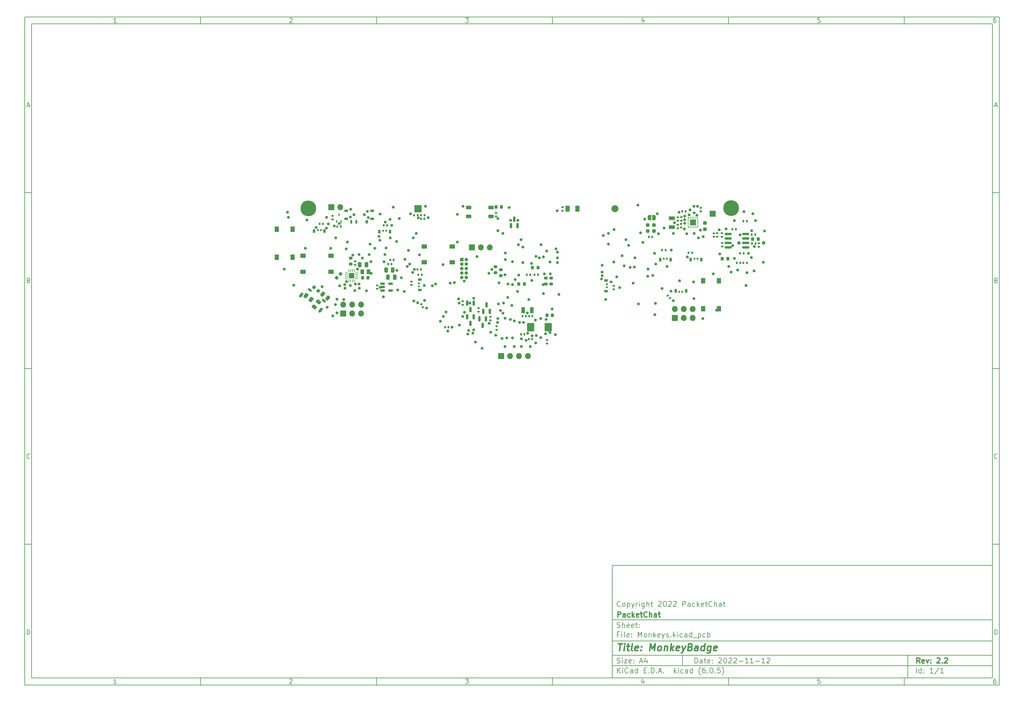
<source format=gbr>
%TF.GenerationSoftware,KiCad,Pcbnew,(6.0.5)*%
%TF.CreationDate,2022-11-12T14:57:53-08:00*%
%TF.ProjectId,Monkeys,4d6f6e6b-6579-4732-9e6b-696361645f70,2.2*%
%TF.SameCoordinates,Original*%
%TF.FileFunction,Soldermask,Top*%
%TF.FilePolarity,Negative*%
%FSLAX46Y46*%
G04 Gerber Fmt 4.6, Leading zero omitted, Abs format (unit mm)*
G04 Created by KiCad (PCBNEW (6.0.5)) date 2022-11-12 14:57:53*
%MOMM*%
%LPD*%
G01*
G04 APERTURE LIST*
G04 Aperture macros list*
%AMRoundRect*
0 Rectangle with rounded corners*
0 $1 Rounding radius*
0 $2 $3 $4 $5 $6 $7 $8 $9 X,Y pos of 4 corners*
0 Add a 4 corners polygon primitive as box body*
4,1,4,$2,$3,$4,$5,$6,$7,$8,$9,$2,$3,0*
0 Add four circle primitives for the rounded corners*
1,1,$1+$1,$2,$3*
1,1,$1+$1,$4,$5*
1,1,$1+$1,$6,$7*
1,1,$1+$1,$8,$9*
0 Add four rect primitives between the rounded corners*
20,1,$1+$1,$2,$3,$4,$5,0*
20,1,$1+$1,$4,$5,$6,$7,0*
20,1,$1+$1,$6,$7,$8,$9,0*
20,1,$1+$1,$8,$9,$2,$3,0*%
%AMHorizOval*
0 Thick line with rounded ends*
0 $1 width*
0 $2 $3 position (X,Y) of the first rounded end (center of the circle)*
0 $4 $5 position (X,Y) of the second rounded end (center of the circle)*
0 Add line between two ends*
20,1,$1,$2,$3,$4,$5,0*
0 Add two circle primitives to create the rounded ends*
1,1,$1,$2,$3*
1,1,$1,$4,$5*%
%AMFreePoly0*
4,1,22,0.500000,-0.750000,0.000000,-0.750000,0.000000,-0.745033,-0.079941,-0.743568,-0.215256,-0.701293,-0.333266,-0.622738,-0.424486,-0.514219,-0.481581,-0.384460,-0.499164,-0.250000,-0.500000,-0.250000,-0.500000,0.250000,-0.499164,0.250000,-0.499963,0.256109,-0.478152,0.396186,-0.417904,0.524511,-0.324060,0.630769,-0.204165,0.706417,-0.067858,0.745374,0.000000,0.744959,0.000000,0.750000,
0.500000,0.750000,0.500000,-0.750000,0.500000,-0.750000,$1*%
%AMFreePoly1*
4,1,20,0.000000,0.744959,0.073905,0.744508,0.209726,0.703889,0.328688,0.626782,0.421226,0.519385,0.479903,0.390333,0.500000,0.250000,0.500000,-0.250000,0.499851,-0.262216,0.476331,-0.402017,0.414519,-0.529596,0.319384,-0.634700,0.198574,-0.708877,0.061801,-0.746166,0.000000,-0.745033,0.000000,-0.750000,-0.500000,-0.750000,-0.500000,0.750000,0.000000,0.750000,0.000000,0.744959,
0.000000,0.744959,$1*%
G04 Aperture macros list end*
%ADD10C,0.100000*%
%ADD11C,0.150000*%
%ADD12C,0.300000*%
%ADD13C,0.400000*%
%ADD14RoundRect,0.218750X0.330141X0.067252X-0.014614X0.336604X-0.330141X-0.067252X0.014614X-0.336604X0*%
%ADD15R,0.500000X0.500000*%
%ADD16R,0.700000X1.000000*%
%ADD17RoundRect,0.140000X-0.170000X0.140000X-0.170000X-0.140000X0.170000X-0.140000X0.170000X0.140000X0*%
%ADD18RoundRect,0.140000X0.140000X0.170000X-0.140000X0.170000X-0.140000X-0.170000X0.140000X-0.170000X0*%
%ADD19RoundRect,0.225000X-0.225000X-0.250000X0.225000X-0.250000X0.225000X0.250000X-0.225000X0.250000X0*%
%ADD20RoundRect,0.150000X0.150000X-0.587500X0.150000X0.587500X-0.150000X0.587500X-0.150000X-0.587500X0*%
%ADD21RoundRect,0.135000X-0.185000X0.135000X-0.185000X-0.135000X0.185000X-0.135000X0.185000X0.135000X0*%
%ADD22RoundRect,0.135000X-0.135000X-0.185000X0.135000X-0.185000X0.135000X0.185000X-0.135000X0.185000X0*%
%ADD23R,1.800000X1.000000*%
%ADD24R,1.700000X1.700000*%
%ADD25O,1.700000X1.700000*%
%ADD26RoundRect,0.250000X0.787500X0.925000X-0.787500X0.925000X-0.787500X-0.925000X0.787500X-0.925000X0*%
%ADD27R,0.340000X0.340000*%
%ADD28R,0.610000X0.280000*%
%ADD29R,0.280000X0.610000*%
%ADD30RoundRect,0.250000X0.262500X0.450000X-0.262500X0.450000X-0.262500X-0.450000X0.262500X-0.450000X0*%
%ADD31RoundRect,0.140000X-0.140000X-0.170000X0.140000X-0.170000X0.140000X0.170000X-0.140000X0.170000X0*%
%ADD32RoundRect,0.140000X-0.219203X-0.021213X-0.021213X-0.219203X0.219203X0.021213X0.021213X0.219203X0*%
%ADD33C,4.500000*%
%ADD34RoundRect,0.275000X-0.475000X-0.275000X0.475000X-0.275000X0.475000X0.275000X-0.475000X0.275000X0*%
%ADD35C,0.850000*%
%ADD36R,0.600000X1.000000*%
%ADD37R,1.000000X0.700000*%
%ADD38RoundRect,0.135000X0.185000X-0.135000X0.185000X0.135000X-0.185000X0.135000X-0.185000X-0.135000X0*%
%ADD39RoundRect,0.062500X-0.375000X-0.062500X0.375000X-0.062500X0.375000X0.062500X-0.375000X0.062500X0*%
%ADD40RoundRect,0.062500X-0.062500X-0.375000X0.062500X-0.375000X0.062500X0.375000X-0.062500X0.375000X0*%
%ADD41R,1.600000X1.600000*%
%ADD42RoundRect,0.250000X-0.250000X-0.475000X0.250000X-0.475000X0.250000X0.475000X-0.250000X0.475000X0*%
%ADD43FreePoly0,180.000000*%
%ADD44FreePoly1,180.000000*%
%ADD45RoundRect,0.140000X0.170000X-0.140000X0.170000X0.140000X-0.170000X0.140000X-0.170000X-0.140000X0*%
%ADD46RoundRect,0.225000X-0.017678X0.335876X-0.335876X0.017678X0.017678X-0.335876X0.335876X-0.017678X0*%
%ADD47RoundRect,0.200000X-0.275000X0.200000X-0.275000X-0.200000X0.275000X-0.200000X0.275000X0.200000X0*%
%ADD48RoundRect,0.140000X0.216559X-0.040029X0.080812X0.204864X-0.216559X0.040029X-0.080812X-0.204864X0*%
%ADD49RoundRect,0.150000X-0.512500X-0.150000X0.512500X-0.150000X0.512500X0.150000X-0.512500X0.150000X0*%
%ADD50RoundRect,0.147500X0.147500X0.172500X-0.147500X0.172500X-0.147500X-0.172500X0.147500X-0.172500X0*%
%ADD51R,0.450000X0.700000*%
%ADD52RoundRect,0.237500X0.237500X-0.287500X0.237500X0.287500X-0.237500X0.287500X-0.237500X-0.287500X0*%
%ADD53RoundRect,0.200000X0.275000X-0.200000X0.275000X0.200000X-0.275000X0.200000X-0.275000X-0.200000X0*%
%ADD54R,1.550000X1.300000*%
%ADD55RoundRect,0.150000X-0.150000X0.587500X-0.150000X-0.587500X0.150000X-0.587500X0.150000X0.587500X0*%
%ADD56R,1.300000X1.550000*%
%ADD57RoundRect,0.135000X0.135000X0.185000X-0.135000X0.185000X-0.135000X-0.185000X0.135000X-0.185000X0*%
%ADD58R,1.000000X1.800000*%
%ADD59RoundRect,0.200000X-0.200000X-0.275000X0.200000X-0.275000X0.200000X0.275000X-0.200000X0.275000X0*%
%ADD60RoundRect,0.237500X0.287500X0.237500X-0.287500X0.237500X-0.287500X-0.237500X0.287500X-0.237500X0*%
%ADD61RoundRect,0.250000X-0.483900X-0.192994X-0.070195X-0.516216X0.483900X0.192994X0.070195X0.516216X0*%
%ADD62RoundRect,0.250000X-0.192994X0.483900X-0.516216X0.070195X0.192994X-0.483900X0.516216X-0.070195X0*%
%ADD63RoundRect,0.250000X-0.375000X-0.625000X0.375000X-0.625000X0.375000X0.625000X-0.375000X0.625000X0*%
%ADD64RoundRect,0.243750X0.472973X0.209462X0.088818X0.509597X-0.472973X-0.209462X-0.088818X-0.509597X0*%
%ADD65RoundRect,0.150000X-0.825000X-0.150000X0.825000X-0.150000X0.825000X0.150000X-0.825000X0.150000X0*%
%ADD66R,1.000000X1.000000*%
%ADD67O,1.000000X1.000000*%
%ADD68HorizOval,0.650000X-0.256103X0.200090X0.256103X-0.200090X0*%
%ADD69HorizOval,0.775000X0.238569X0.305354X-0.238569X-0.305354X0*%
%ADD70R,2.000000X2.000000*%
%ADD71C,2.000000*%
%ADD72C,1.000000*%
%ADD73C,0.800000*%
G04 APERTURE END LIST*
D10*
D11*
X177002200Y-166007200D02*
X177002200Y-198007200D01*
X285002200Y-198007200D01*
X285002200Y-166007200D01*
X177002200Y-166007200D01*
D10*
D11*
X10000000Y-10000000D02*
X10000000Y-200007200D01*
X287002200Y-200007200D01*
X287002200Y-10000000D01*
X10000000Y-10000000D01*
D10*
D11*
X12000000Y-12000000D02*
X12000000Y-198007200D01*
X285002200Y-198007200D01*
X285002200Y-12000000D01*
X12000000Y-12000000D01*
D10*
D11*
X60000000Y-12000000D02*
X60000000Y-10000000D01*
D10*
D11*
X110000000Y-12000000D02*
X110000000Y-10000000D01*
D10*
D11*
X160000000Y-12000000D02*
X160000000Y-10000000D01*
D10*
D11*
X210000000Y-12000000D02*
X210000000Y-10000000D01*
D10*
D11*
X260000000Y-12000000D02*
X260000000Y-10000000D01*
D10*
D11*
X36065476Y-11588095D02*
X35322619Y-11588095D01*
X35694047Y-11588095D02*
X35694047Y-10288095D01*
X35570238Y-10473809D01*
X35446428Y-10597619D01*
X35322619Y-10659523D01*
D10*
D11*
X85322619Y-10411904D02*
X85384523Y-10350000D01*
X85508333Y-10288095D01*
X85817857Y-10288095D01*
X85941666Y-10350000D01*
X86003571Y-10411904D01*
X86065476Y-10535714D01*
X86065476Y-10659523D01*
X86003571Y-10845238D01*
X85260714Y-11588095D01*
X86065476Y-11588095D01*
D10*
D11*
X135260714Y-10288095D02*
X136065476Y-10288095D01*
X135632142Y-10783333D01*
X135817857Y-10783333D01*
X135941666Y-10845238D01*
X136003571Y-10907142D01*
X136065476Y-11030952D01*
X136065476Y-11340476D01*
X136003571Y-11464285D01*
X135941666Y-11526190D01*
X135817857Y-11588095D01*
X135446428Y-11588095D01*
X135322619Y-11526190D01*
X135260714Y-11464285D01*
D10*
D11*
X185941666Y-10721428D02*
X185941666Y-11588095D01*
X185632142Y-10226190D02*
X185322619Y-11154761D01*
X186127380Y-11154761D01*
D10*
D11*
X236003571Y-10288095D02*
X235384523Y-10288095D01*
X235322619Y-10907142D01*
X235384523Y-10845238D01*
X235508333Y-10783333D01*
X235817857Y-10783333D01*
X235941666Y-10845238D01*
X236003571Y-10907142D01*
X236065476Y-11030952D01*
X236065476Y-11340476D01*
X236003571Y-11464285D01*
X235941666Y-11526190D01*
X235817857Y-11588095D01*
X235508333Y-11588095D01*
X235384523Y-11526190D01*
X235322619Y-11464285D01*
D10*
D11*
X285941666Y-10288095D02*
X285694047Y-10288095D01*
X285570238Y-10350000D01*
X285508333Y-10411904D01*
X285384523Y-10597619D01*
X285322619Y-10845238D01*
X285322619Y-11340476D01*
X285384523Y-11464285D01*
X285446428Y-11526190D01*
X285570238Y-11588095D01*
X285817857Y-11588095D01*
X285941666Y-11526190D01*
X286003571Y-11464285D01*
X286065476Y-11340476D01*
X286065476Y-11030952D01*
X286003571Y-10907142D01*
X285941666Y-10845238D01*
X285817857Y-10783333D01*
X285570238Y-10783333D01*
X285446428Y-10845238D01*
X285384523Y-10907142D01*
X285322619Y-11030952D01*
D10*
D11*
X60000000Y-198007200D02*
X60000000Y-200007200D01*
D10*
D11*
X110000000Y-198007200D02*
X110000000Y-200007200D01*
D10*
D11*
X160000000Y-198007200D02*
X160000000Y-200007200D01*
D10*
D11*
X210000000Y-198007200D02*
X210000000Y-200007200D01*
D10*
D11*
X260000000Y-198007200D02*
X260000000Y-200007200D01*
D10*
D11*
X36065476Y-199595295D02*
X35322619Y-199595295D01*
X35694047Y-199595295D02*
X35694047Y-198295295D01*
X35570238Y-198481009D01*
X35446428Y-198604819D01*
X35322619Y-198666723D01*
D10*
D11*
X85322619Y-198419104D02*
X85384523Y-198357200D01*
X85508333Y-198295295D01*
X85817857Y-198295295D01*
X85941666Y-198357200D01*
X86003571Y-198419104D01*
X86065476Y-198542914D01*
X86065476Y-198666723D01*
X86003571Y-198852438D01*
X85260714Y-199595295D01*
X86065476Y-199595295D01*
D10*
D11*
X135260714Y-198295295D02*
X136065476Y-198295295D01*
X135632142Y-198790533D01*
X135817857Y-198790533D01*
X135941666Y-198852438D01*
X136003571Y-198914342D01*
X136065476Y-199038152D01*
X136065476Y-199347676D01*
X136003571Y-199471485D01*
X135941666Y-199533390D01*
X135817857Y-199595295D01*
X135446428Y-199595295D01*
X135322619Y-199533390D01*
X135260714Y-199471485D01*
D10*
D11*
X185941666Y-198728628D02*
X185941666Y-199595295D01*
X185632142Y-198233390D02*
X185322619Y-199161961D01*
X186127380Y-199161961D01*
D10*
D11*
X236003571Y-198295295D02*
X235384523Y-198295295D01*
X235322619Y-198914342D01*
X235384523Y-198852438D01*
X235508333Y-198790533D01*
X235817857Y-198790533D01*
X235941666Y-198852438D01*
X236003571Y-198914342D01*
X236065476Y-199038152D01*
X236065476Y-199347676D01*
X236003571Y-199471485D01*
X235941666Y-199533390D01*
X235817857Y-199595295D01*
X235508333Y-199595295D01*
X235384523Y-199533390D01*
X235322619Y-199471485D01*
D10*
D11*
X285941666Y-198295295D02*
X285694047Y-198295295D01*
X285570238Y-198357200D01*
X285508333Y-198419104D01*
X285384523Y-198604819D01*
X285322619Y-198852438D01*
X285322619Y-199347676D01*
X285384523Y-199471485D01*
X285446428Y-199533390D01*
X285570238Y-199595295D01*
X285817857Y-199595295D01*
X285941666Y-199533390D01*
X286003571Y-199471485D01*
X286065476Y-199347676D01*
X286065476Y-199038152D01*
X286003571Y-198914342D01*
X285941666Y-198852438D01*
X285817857Y-198790533D01*
X285570238Y-198790533D01*
X285446428Y-198852438D01*
X285384523Y-198914342D01*
X285322619Y-199038152D01*
D10*
D11*
X10000000Y-60000000D02*
X12000000Y-60000000D01*
D10*
D11*
X10000000Y-110000000D02*
X12000000Y-110000000D01*
D10*
D11*
X10000000Y-160000000D02*
X12000000Y-160000000D01*
D10*
D11*
X10690476Y-35216666D02*
X11309523Y-35216666D01*
X10566666Y-35588095D02*
X11000000Y-34288095D01*
X11433333Y-35588095D01*
D10*
D11*
X11092857Y-84907142D02*
X11278571Y-84969047D01*
X11340476Y-85030952D01*
X11402380Y-85154761D01*
X11402380Y-85340476D01*
X11340476Y-85464285D01*
X11278571Y-85526190D01*
X11154761Y-85588095D01*
X10659523Y-85588095D01*
X10659523Y-84288095D01*
X11092857Y-84288095D01*
X11216666Y-84350000D01*
X11278571Y-84411904D01*
X11340476Y-84535714D01*
X11340476Y-84659523D01*
X11278571Y-84783333D01*
X11216666Y-84845238D01*
X11092857Y-84907142D01*
X10659523Y-84907142D01*
D10*
D11*
X11402380Y-135464285D02*
X11340476Y-135526190D01*
X11154761Y-135588095D01*
X11030952Y-135588095D01*
X10845238Y-135526190D01*
X10721428Y-135402380D01*
X10659523Y-135278571D01*
X10597619Y-135030952D01*
X10597619Y-134845238D01*
X10659523Y-134597619D01*
X10721428Y-134473809D01*
X10845238Y-134350000D01*
X11030952Y-134288095D01*
X11154761Y-134288095D01*
X11340476Y-134350000D01*
X11402380Y-134411904D01*
D10*
D11*
X10659523Y-185588095D02*
X10659523Y-184288095D01*
X10969047Y-184288095D01*
X11154761Y-184350000D01*
X11278571Y-184473809D01*
X11340476Y-184597619D01*
X11402380Y-184845238D01*
X11402380Y-185030952D01*
X11340476Y-185278571D01*
X11278571Y-185402380D01*
X11154761Y-185526190D01*
X10969047Y-185588095D01*
X10659523Y-185588095D01*
D10*
D11*
X287002200Y-60000000D02*
X285002200Y-60000000D01*
D10*
D11*
X287002200Y-110000000D02*
X285002200Y-110000000D01*
D10*
D11*
X287002200Y-160000000D02*
X285002200Y-160000000D01*
D10*
D11*
X285692676Y-35216666D02*
X286311723Y-35216666D01*
X285568866Y-35588095D02*
X286002200Y-34288095D01*
X286435533Y-35588095D01*
D10*
D11*
X286095057Y-84907142D02*
X286280771Y-84969047D01*
X286342676Y-85030952D01*
X286404580Y-85154761D01*
X286404580Y-85340476D01*
X286342676Y-85464285D01*
X286280771Y-85526190D01*
X286156961Y-85588095D01*
X285661723Y-85588095D01*
X285661723Y-84288095D01*
X286095057Y-84288095D01*
X286218866Y-84350000D01*
X286280771Y-84411904D01*
X286342676Y-84535714D01*
X286342676Y-84659523D01*
X286280771Y-84783333D01*
X286218866Y-84845238D01*
X286095057Y-84907142D01*
X285661723Y-84907142D01*
D10*
D11*
X286404580Y-135464285D02*
X286342676Y-135526190D01*
X286156961Y-135588095D01*
X286033152Y-135588095D01*
X285847438Y-135526190D01*
X285723628Y-135402380D01*
X285661723Y-135278571D01*
X285599819Y-135030952D01*
X285599819Y-134845238D01*
X285661723Y-134597619D01*
X285723628Y-134473809D01*
X285847438Y-134350000D01*
X286033152Y-134288095D01*
X286156961Y-134288095D01*
X286342676Y-134350000D01*
X286404580Y-134411904D01*
D10*
D11*
X285661723Y-185588095D02*
X285661723Y-184288095D01*
X285971247Y-184288095D01*
X286156961Y-184350000D01*
X286280771Y-184473809D01*
X286342676Y-184597619D01*
X286404580Y-184845238D01*
X286404580Y-185030952D01*
X286342676Y-185278571D01*
X286280771Y-185402380D01*
X286156961Y-185526190D01*
X285971247Y-185588095D01*
X285661723Y-185588095D01*
D10*
D11*
X200434342Y-193785771D02*
X200434342Y-192285771D01*
X200791485Y-192285771D01*
X201005771Y-192357200D01*
X201148628Y-192500057D01*
X201220057Y-192642914D01*
X201291485Y-192928628D01*
X201291485Y-193142914D01*
X201220057Y-193428628D01*
X201148628Y-193571485D01*
X201005771Y-193714342D01*
X200791485Y-193785771D01*
X200434342Y-193785771D01*
X202577200Y-193785771D02*
X202577200Y-193000057D01*
X202505771Y-192857200D01*
X202362914Y-192785771D01*
X202077200Y-192785771D01*
X201934342Y-192857200D01*
X202577200Y-193714342D02*
X202434342Y-193785771D01*
X202077200Y-193785771D01*
X201934342Y-193714342D01*
X201862914Y-193571485D01*
X201862914Y-193428628D01*
X201934342Y-193285771D01*
X202077200Y-193214342D01*
X202434342Y-193214342D01*
X202577200Y-193142914D01*
X203077200Y-192785771D02*
X203648628Y-192785771D01*
X203291485Y-192285771D02*
X203291485Y-193571485D01*
X203362914Y-193714342D01*
X203505771Y-193785771D01*
X203648628Y-193785771D01*
X204720057Y-193714342D02*
X204577200Y-193785771D01*
X204291485Y-193785771D01*
X204148628Y-193714342D01*
X204077200Y-193571485D01*
X204077200Y-193000057D01*
X204148628Y-192857200D01*
X204291485Y-192785771D01*
X204577200Y-192785771D01*
X204720057Y-192857200D01*
X204791485Y-193000057D01*
X204791485Y-193142914D01*
X204077200Y-193285771D01*
X205434342Y-193642914D02*
X205505771Y-193714342D01*
X205434342Y-193785771D01*
X205362914Y-193714342D01*
X205434342Y-193642914D01*
X205434342Y-193785771D01*
X205434342Y-192857200D02*
X205505771Y-192928628D01*
X205434342Y-193000057D01*
X205362914Y-192928628D01*
X205434342Y-192857200D01*
X205434342Y-193000057D01*
X207220057Y-192428628D02*
X207291485Y-192357200D01*
X207434342Y-192285771D01*
X207791485Y-192285771D01*
X207934342Y-192357200D01*
X208005771Y-192428628D01*
X208077200Y-192571485D01*
X208077200Y-192714342D01*
X208005771Y-192928628D01*
X207148628Y-193785771D01*
X208077200Y-193785771D01*
X209005771Y-192285771D02*
X209148628Y-192285771D01*
X209291485Y-192357200D01*
X209362914Y-192428628D01*
X209434342Y-192571485D01*
X209505771Y-192857200D01*
X209505771Y-193214342D01*
X209434342Y-193500057D01*
X209362914Y-193642914D01*
X209291485Y-193714342D01*
X209148628Y-193785771D01*
X209005771Y-193785771D01*
X208862914Y-193714342D01*
X208791485Y-193642914D01*
X208720057Y-193500057D01*
X208648628Y-193214342D01*
X208648628Y-192857200D01*
X208720057Y-192571485D01*
X208791485Y-192428628D01*
X208862914Y-192357200D01*
X209005771Y-192285771D01*
X210077200Y-192428628D02*
X210148628Y-192357200D01*
X210291485Y-192285771D01*
X210648628Y-192285771D01*
X210791485Y-192357200D01*
X210862914Y-192428628D01*
X210934342Y-192571485D01*
X210934342Y-192714342D01*
X210862914Y-192928628D01*
X210005771Y-193785771D01*
X210934342Y-193785771D01*
X211505771Y-192428628D02*
X211577200Y-192357200D01*
X211720057Y-192285771D01*
X212077200Y-192285771D01*
X212220057Y-192357200D01*
X212291485Y-192428628D01*
X212362914Y-192571485D01*
X212362914Y-192714342D01*
X212291485Y-192928628D01*
X211434342Y-193785771D01*
X212362914Y-193785771D01*
X213005771Y-193214342D02*
X214148628Y-193214342D01*
X215648628Y-193785771D02*
X214791485Y-193785771D01*
X215220057Y-193785771D02*
X215220057Y-192285771D01*
X215077200Y-192500057D01*
X214934342Y-192642914D01*
X214791485Y-192714342D01*
X217077200Y-193785771D02*
X216220057Y-193785771D01*
X216648628Y-193785771D02*
X216648628Y-192285771D01*
X216505771Y-192500057D01*
X216362914Y-192642914D01*
X216220057Y-192714342D01*
X217720057Y-193214342D02*
X218862914Y-193214342D01*
X220362914Y-193785771D02*
X219505771Y-193785771D01*
X219934342Y-193785771D02*
X219934342Y-192285771D01*
X219791485Y-192500057D01*
X219648628Y-192642914D01*
X219505771Y-192714342D01*
X220934342Y-192428628D02*
X221005771Y-192357200D01*
X221148628Y-192285771D01*
X221505771Y-192285771D01*
X221648628Y-192357200D01*
X221720057Y-192428628D01*
X221791485Y-192571485D01*
X221791485Y-192714342D01*
X221720057Y-192928628D01*
X220862914Y-193785771D01*
X221791485Y-193785771D01*
D10*
D11*
X177002200Y-194507200D02*
X285002200Y-194507200D01*
D10*
D11*
X178434342Y-196585771D02*
X178434342Y-195085771D01*
X179291485Y-196585771D02*
X178648628Y-195728628D01*
X179291485Y-195085771D02*
X178434342Y-195942914D01*
X179934342Y-196585771D02*
X179934342Y-195585771D01*
X179934342Y-195085771D02*
X179862914Y-195157200D01*
X179934342Y-195228628D01*
X180005771Y-195157200D01*
X179934342Y-195085771D01*
X179934342Y-195228628D01*
X181505771Y-196442914D02*
X181434342Y-196514342D01*
X181220057Y-196585771D01*
X181077200Y-196585771D01*
X180862914Y-196514342D01*
X180720057Y-196371485D01*
X180648628Y-196228628D01*
X180577200Y-195942914D01*
X180577200Y-195728628D01*
X180648628Y-195442914D01*
X180720057Y-195300057D01*
X180862914Y-195157200D01*
X181077200Y-195085771D01*
X181220057Y-195085771D01*
X181434342Y-195157200D01*
X181505771Y-195228628D01*
X182791485Y-196585771D02*
X182791485Y-195800057D01*
X182720057Y-195657200D01*
X182577200Y-195585771D01*
X182291485Y-195585771D01*
X182148628Y-195657200D01*
X182791485Y-196514342D02*
X182648628Y-196585771D01*
X182291485Y-196585771D01*
X182148628Y-196514342D01*
X182077200Y-196371485D01*
X182077200Y-196228628D01*
X182148628Y-196085771D01*
X182291485Y-196014342D01*
X182648628Y-196014342D01*
X182791485Y-195942914D01*
X184148628Y-196585771D02*
X184148628Y-195085771D01*
X184148628Y-196514342D02*
X184005771Y-196585771D01*
X183720057Y-196585771D01*
X183577200Y-196514342D01*
X183505771Y-196442914D01*
X183434342Y-196300057D01*
X183434342Y-195871485D01*
X183505771Y-195728628D01*
X183577200Y-195657200D01*
X183720057Y-195585771D01*
X184005771Y-195585771D01*
X184148628Y-195657200D01*
X186005771Y-195800057D02*
X186505771Y-195800057D01*
X186720057Y-196585771D02*
X186005771Y-196585771D01*
X186005771Y-195085771D01*
X186720057Y-195085771D01*
X187362914Y-196442914D02*
X187434342Y-196514342D01*
X187362914Y-196585771D01*
X187291485Y-196514342D01*
X187362914Y-196442914D01*
X187362914Y-196585771D01*
X188077200Y-196585771D02*
X188077200Y-195085771D01*
X188434342Y-195085771D01*
X188648628Y-195157200D01*
X188791485Y-195300057D01*
X188862914Y-195442914D01*
X188934342Y-195728628D01*
X188934342Y-195942914D01*
X188862914Y-196228628D01*
X188791485Y-196371485D01*
X188648628Y-196514342D01*
X188434342Y-196585771D01*
X188077200Y-196585771D01*
X189577200Y-196442914D02*
X189648628Y-196514342D01*
X189577200Y-196585771D01*
X189505771Y-196514342D01*
X189577200Y-196442914D01*
X189577200Y-196585771D01*
X190220057Y-196157200D02*
X190934342Y-196157200D01*
X190077200Y-196585771D02*
X190577200Y-195085771D01*
X191077200Y-196585771D01*
X191577200Y-196442914D02*
X191648628Y-196514342D01*
X191577200Y-196585771D01*
X191505771Y-196514342D01*
X191577200Y-196442914D01*
X191577200Y-196585771D01*
X194577200Y-196585771D02*
X194577200Y-195085771D01*
X194720057Y-196014342D02*
X195148628Y-196585771D01*
X195148628Y-195585771D02*
X194577200Y-196157200D01*
X195791485Y-196585771D02*
X195791485Y-195585771D01*
X195791485Y-195085771D02*
X195720057Y-195157200D01*
X195791485Y-195228628D01*
X195862914Y-195157200D01*
X195791485Y-195085771D01*
X195791485Y-195228628D01*
X197148628Y-196514342D02*
X197005771Y-196585771D01*
X196720057Y-196585771D01*
X196577200Y-196514342D01*
X196505771Y-196442914D01*
X196434342Y-196300057D01*
X196434342Y-195871485D01*
X196505771Y-195728628D01*
X196577200Y-195657200D01*
X196720057Y-195585771D01*
X197005771Y-195585771D01*
X197148628Y-195657200D01*
X198434342Y-196585771D02*
X198434342Y-195800057D01*
X198362914Y-195657200D01*
X198220057Y-195585771D01*
X197934342Y-195585771D01*
X197791485Y-195657200D01*
X198434342Y-196514342D02*
X198291485Y-196585771D01*
X197934342Y-196585771D01*
X197791485Y-196514342D01*
X197720057Y-196371485D01*
X197720057Y-196228628D01*
X197791485Y-196085771D01*
X197934342Y-196014342D01*
X198291485Y-196014342D01*
X198434342Y-195942914D01*
X199791485Y-196585771D02*
X199791485Y-195085771D01*
X199791485Y-196514342D02*
X199648628Y-196585771D01*
X199362914Y-196585771D01*
X199220057Y-196514342D01*
X199148628Y-196442914D01*
X199077200Y-196300057D01*
X199077200Y-195871485D01*
X199148628Y-195728628D01*
X199220057Y-195657200D01*
X199362914Y-195585771D01*
X199648628Y-195585771D01*
X199791485Y-195657200D01*
X202077200Y-197157200D02*
X202005771Y-197085771D01*
X201862914Y-196871485D01*
X201791485Y-196728628D01*
X201720057Y-196514342D01*
X201648628Y-196157200D01*
X201648628Y-195871485D01*
X201720057Y-195514342D01*
X201791485Y-195300057D01*
X201862914Y-195157200D01*
X202005771Y-194942914D01*
X202077200Y-194871485D01*
X203291485Y-195085771D02*
X203005771Y-195085771D01*
X202862914Y-195157200D01*
X202791485Y-195228628D01*
X202648628Y-195442914D01*
X202577200Y-195728628D01*
X202577200Y-196300057D01*
X202648628Y-196442914D01*
X202720057Y-196514342D01*
X202862914Y-196585771D01*
X203148628Y-196585771D01*
X203291485Y-196514342D01*
X203362914Y-196442914D01*
X203434342Y-196300057D01*
X203434342Y-195942914D01*
X203362914Y-195800057D01*
X203291485Y-195728628D01*
X203148628Y-195657200D01*
X202862914Y-195657200D01*
X202720057Y-195728628D01*
X202648628Y-195800057D01*
X202577200Y-195942914D01*
X204077200Y-196442914D02*
X204148628Y-196514342D01*
X204077200Y-196585771D01*
X204005771Y-196514342D01*
X204077200Y-196442914D01*
X204077200Y-196585771D01*
X205077200Y-195085771D02*
X205220057Y-195085771D01*
X205362914Y-195157200D01*
X205434342Y-195228628D01*
X205505771Y-195371485D01*
X205577200Y-195657200D01*
X205577200Y-196014342D01*
X205505771Y-196300057D01*
X205434342Y-196442914D01*
X205362914Y-196514342D01*
X205220057Y-196585771D01*
X205077200Y-196585771D01*
X204934342Y-196514342D01*
X204862914Y-196442914D01*
X204791485Y-196300057D01*
X204720057Y-196014342D01*
X204720057Y-195657200D01*
X204791485Y-195371485D01*
X204862914Y-195228628D01*
X204934342Y-195157200D01*
X205077200Y-195085771D01*
X206220057Y-196442914D02*
X206291485Y-196514342D01*
X206220057Y-196585771D01*
X206148628Y-196514342D01*
X206220057Y-196442914D01*
X206220057Y-196585771D01*
X207648628Y-195085771D02*
X206934342Y-195085771D01*
X206862914Y-195800057D01*
X206934342Y-195728628D01*
X207077200Y-195657200D01*
X207434342Y-195657200D01*
X207577200Y-195728628D01*
X207648628Y-195800057D01*
X207720057Y-195942914D01*
X207720057Y-196300057D01*
X207648628Y-196442914D01*
X207577200Y-196514342D01*
X207434342Y-196585771D01*
X207077200Y-196585771D01*
X206934342Y-196514342D01*
X206862914Y-196442914D01*
X208220057Y-197157200D02*
X208291485Y-197085771D01*
X208434342Y-196871485D01*
X208505771Y-196728628D01*
X208577200Y-196514342D01*
X208648628Y-196157200D01*
X208648628Y-195871485D01*
X208577200Y-195514342D01*
X208505771Y-195300057D01*
X208434342Y-195157200D01*
X208291485Y-194942914D01*
X208220057Y-194871485D01*
D10*
D11*
X177002200Y-191507200D02*
X285002200Y-191507200D01*
D10*
D12*
X264411485Y-193785771D02*
X263911485Y-193071485D01*
X263554342Y-193785771D02*
X263554342Y-192285771D01*
X264125771Y-192285771D01*
X264268628Y-192357200D01*
X264340057Y-192428628D01*
X264411485Y-192571485D01*
X264411485Y-192785771D01*
X264340057Y-192928628D01*
X264268628Y-193000057D01*
X264125771Y-193071485D01*
X263554342Y-193071485D01*
X265625771Y-193714342D02*
X265482914Y-193785771D01*
X265197200Y-193785771D01*
X265054342Y-193714342D01*
X264982914Y-193571485D01*
X264982914Y-193000057D01*
X265054342Y-192857200D01*
X265197200Y-192785771D01*
X265482914Y-192785771D01*
X265625771Y-192857200D01*
X265697200Y-193000057D01*
X265697200Y-193142914D01*
X264982914Y-193285771D01*
X266197200Y-192785771D02*
X266554342Y-193785771D01*
X266911485Y-192785771D01*
X267482914Y-193642914D02*
X267554342Y-193714342D01*
X267482914Y-193785771D01*
X267411485Y-193714342D01*
X267482914Y-193642914D01*
X267482914Y-193785771D01*
X267482914Y-192857200D02*
X267554342Y-192928628D01*
X267482914Y-193000057D01*
X267411485Y-192928628D01*
X267482914Y-192857200D01*
X267482914Y-193000057D01*
X269268628Y-192428628D02*
X269340057Y-192357200D01*
X269482914Y-192285771D01*
X269840057Y-192285771D01*
X269982914Y-192357200D01*
X270054342Y-192428628D01*
X270125771Y-192571485D01*
X270125771Y-192714342D01*
X270054342Y-192928628D01*
X269197200Y-193785771D01*
X270125771Y-193785771D01*
X270768628Y-193642914D02*
X270840057Y-193714342D01*
X270768628Y-193785771D01*
X270697200Y-193714342D01*
X270768628Y-193642914D01*
X270768628Y-193785771D01*
X271411485Y-192428628D02*
X271482914Y-192357200D01*
X271625771Y-192285771D01*
X271982914Y-192285771D01*
X272125771Y-192357200D01*
X272197200Y-192428628D01*
X272268628Y-192571485D01*
X272268628Y-192714342D01*
X272197200Y-192928628D01*
X271340057Y-193785771D01*
X272268628Y-193785771D01*
D10*
D11*
X178362914Y-193714342D02*
X178577200Y-193785771D01*
X178934342Y-193785771D01*
X179077200Y-193714342D01*
X179148628Y-193642914D01*
X179220057Y-193500057D01*
X179220057Y-193357200D01*
X179148628Y-193214342D01*
X179077200Y-193142914D01*
X178934342Y-193071485D01*
X178648628Y-193000057D01*
X178505771Y-192928628D01*
X178434342Y-192857200D01*
X178362914Y-192714342D01*
X178362914Y-192571485D01*
X178434342Y-192428628D01*
X178505771Y-192357200D01*
X178648628Y-192285771D01*
X179005771Y-192285771D01*
X179220057Y-192357200D01*
X179862914Y-193785771D02*
X179862914Y-192785771D01*
X179862914Y-192285771D02*
X179791485Y-192357200D01*
X179862914Y-192428628D01*
X179934342Y-192357200D01*
X179862914Y-192285771D01*
X179862914Y-192428628D01*
X180434342Y-192785771D02*
X181220057Y-192785771D01*
X180434342Y-193785771D01*
X181220057Y-193785771D01*
X182362914Y-193714342D02*
X182220057Y-193785771D01*
X181934342Y-193785771D01*
X181791485Y-193714342D01*
X181720057Y-193571485D01*
X181720057Y-193000057D01*
X181791485Y-192857200D01*
X181934342Y-192785771D01*
X182220057Y-192785771D01*
X182362914Y-192857200D01*
X182434342Y-193000057D01*
X182434342Y-193142914D01*
X181720057Y-193285771D01*
X183077200Y-193642914D02*
X183148628Y-193714342D01*
X183077200Y-193785771D01*
X183005771Y-193714342D01*
X183077200Y-193642914D01*
X183077200Y-193785771D01*
X183077200Y-192857200D02*
X183148628Y-192928628D01*
X183077200Y-193000057D01*
X183005771Y-192928628D01*
X183077200Y-192857200D01*
X183077200Y-193000057D01*
X184862914Y-193357200D02*
X185577200Y-193357200D01*
X184720057Y-193785771D02*
X185220057Y-192285771D01*
X185720057Y-193785771D01*
X186862914Y-192785771D02*
X186862914Y-193785771D01*
X186505771Y-192214342D02*
X186148628Y-193285771D01*
X187077200Y-193285771D01*
D10*
D11*
X263434342Y-196585771D02*
X263434342Y-195085771D01*
X264791485Y-196585771D02*
X264791485Y-195085771D01*
X264791485Y-196514342D02*
X264648628Y-196585771D01*
X264362914Y-196585771D01*
X264220057Y-196514342D01*
X264148628Y-196442914D01*
X264077200Y-196300057D01*
X264077200Y-195871485D01*
X264148628Y-195728628D01*
X264220057Y-195657200D01*
X264362914Y-195585771D01*
X264648628Y-195585771D01*
X264791485Y-195657200D01*
X265505771Y-196442914D02*
X265577200Y-196514342D01*
X265505771Y-196585771D01*
X265434342Y-196514342D01*
X265505771Y-196442914D01*
X265505771Y-196585771D01*
X265505771Y-195657200D02*
X265577200Y-195728628D01*
X265505771Y-195800057D01*
X265434342Y-195728628D01*
X265505771Y-195657200D01*
X265505771Y-195800057D01*
X268148628Y-196585771D02*
X267291485Y-196585771D01*
X267720057Y-196585771D02*
X267720057Y-195085771D01*
X267577200Y-195300057D01*
X267434342Y-195442914D01*
X267291485Y-195514342D01*
X269862914Y-195014342D02*
X268577200Y-196942914D01*
X271148628Y-196585771D02*
X270291485Y-196585771D01*
X270720057Y-196585771D02*
X270720057Y-195085771D01*
X270577200Y-195300057D01*
X270434342Y-195442914D01*
X270291485Y-195514342D01*
D10*
D11*
X177002200Y-187507200D02*
X285002200Y-187507200D01*
D10*
D13*
X178714580Y-188211961D02*
X179857438Y-188211961D01*
X179036009Y-190211961D02*
X179286009Y-188211961D01*
X180274104Y-190211961D02*
X180440771Y-188878628D01*
X180524104Y-188211961D02*
X180416961Y-188307200D01*
X180500295Y-188402438D01*
X180607438Y-188307200D01*
X180524104Y-188211961D01*
X180500295Y-188402438D01*
X181107438Y-188878628D02*
X181869342Y-188878628D01*
X181476485Y-188211961D02*
X181262200Y-189926247D01*
X181333628Y-190116723D01*
X181512200Y-190211961D01*
X181702676Y-190211961D01*
X182655057Y-190211961D02*
X182476485Y-190116723D01*
X182405057Y-189926247D01*
X182619342Y-188211961D01*
X184190771Y-190116723D02*
X183988390Y-190211961D01*
X183607438Y-190211961D01*
X183428866Y-190116723D01*
X183357438Y-189926247D01*
X183452676Y-189164342D01*
X183571723Y-188973866D01*
X183774104Y-188878628D01*
X184155057Y-188878628D01*
X184333628Y-188973866D01*
X184405057Y-189164342D01*
X184381247Y-189354819D01*
X183405057Y-189545295D01*
X185155057Y-190021485D02*
X185238390Y-190116723D01*
X185131247Y-190211961D01*
X185047914Y-190116723D01*
X185155057Y-190021485D01*
X185131247Y-190211961D01*
X185286009Y-188973866D02*
X185369342Y-189069104D01*
X185262200Y-189164342D01*
X185178866Y-189069104D01*
X185286009Y-188973866D01*
X185262200Y-189164342D01*
X187607438Y-190211961D02*
X187857438Y-188211961D01*
X188345533Y-189640533D01*
X189190771Y-188211961D01*
X188940771Y-190211961D01*
X190178866Y-190211961D02*
X190000295Y-190116723D01*
X189916961Y-190021485D01*
X189845533Y-189831009D01*
X189916961Y-189259580D01*
X190036009Y-189069104D01*
X190143152Y-188973866D01*
X190345533Y-188878628D01*
X190631247Y-188878628D01*
X190809819Y-188973866D01*
X190893152Y-189069104D01*
X190964580Y-189259580D01*
X190893152Y-189831009D01*
X190774104Y-190021485D01*
X190666961Y-190116723D01*
X190464580Y-190211961D01*
X190178866Y-190211961D01*
X191869342Y-188878628D02*
X191702676Y-190211961D01*
X191845533Y-189069104D02*
X191952676Y-188973866D01*
X192155057Y-188878628D01*
X192440771Y-188878628D01*
X192619342Y-188973866D01*
X192690771Y-189164342D01*
X192559819Y-190211961D01*
X193512200Y-190211961D02*
X193762200Y-188211961D01*
X193797914Y-189450057D02*
X194274104Y-190211961D01*
X194440771Y-188878628D02*
X193583628Y-189640533D01*
X195905057Y-190116723D02*
X195702676Y-190211961D01*
X195321723Y-190211961D01*
X195143152Y-190116723D01*
X195071723Y-189926247D01*
X195166961Y-189164342D01*
X195286009Y-188973866D01*
X195488390Y-188878628D01*
X195869342Y-188878628D01*
X196047914Y-188973866D01*
X196119342Y-189164342D01*
X196095533Y-189354819D01*
X195119342Y-189545295D01*
X196821723Y-188878628D02*
X197131247Y-190211961D01*
X197774104Y-188878628D02*
X197131247Y-190211961D01*
X196881247Y-190688152D01*
X196774104Y-190783390D01*
X196571723Y-190878628D01*
X199166961Y-189164342D02*
X199440771Y-189259580D01*
X199524104Y-189354819D01*
X199595533Y-189545295D01*
X199559819Y-189831009D01*
X199440771Y-190021485D01*
X199333628Y-190116723D01*
X199131247Y-190211961D01*
X198369342Y-190211961D01*
X198619342Y-188211961D01*
X199286009Y-188211961D01*
X199464580Y-188307200D01*
X199547914Y-188402438D01*
X199619342Y-188592914D01*
X199595533Y-188783390D01*
X199476485Y-188973866D01*
X199369342Y-189069104D01*
X199166961Y-189164342D01*
X198500295Y-189164342D01*
X201226485Y-190211961D02*
X201357438Y-189164342D01*
X201286009Y-188973866D01*
X201107438Y-188878628D01*
X200726485Y-188878628D01*
X200524104Y-188973866D01*
X201238390Y-190116723D02*
X201036009Y-190211961D01*
X200559819Y-190211961D01*
X200381247Y-190116723D01*
X200309819Y-189926247D01*
X200333628Y-189735771D01*
X200452676Y-189545295D01*
X200655057Y-189450057D01*
X201131247Y-189450057D01*
X201333628Y-189354819D01*
X203036009Y-190211961D02*
X203286009Y-188211961D01*
X203047914Y-190116723D02*
X202845533Y-190211961D01*
X202464580Y-190211961D01*
X202286009Y-190116723D01*
X202202676Y-190021485D01*
X202131247Y-189831009D01*
X202202676Y-189259580D01*
X202321723Y-189069104D01*
X202428866Y-188973866D01*
X202631247Y-188878628D01*
X203012200Y-188878628D01*
X203190771Y-188973866D01*
X205012200Y-188878628D02*
X204809819Y-190497676D01*
X204690771Y-190688152D01*
X204583628Y-190783390D01*
X204381247Y-190878628D01*
X204095533Y-190878628D01*
X203916961Y-190783390D01*
X204857438Y-190116723D02*
X204655057Y-190211961D01*
X204274104Y-190211961D01*
X204095533Y-190116723D01*
X204012200Y-190021485D01*
X203940771Y-189831009D01*
X204012200Y-189259580D01*
X204131247Y-189069104D01*
X204238390Y-188973866D01*
X204440771Y-188878628D01*
X204821723Y-188878628D01*
X205000295Y-188973866D01*
X206571723Y-190116723D02*
X206369342Y-190211961D01*
X205988390Y-190211961D01*
X205809819Y-190116723D01*
X205738390Y-189926247D01*
X205833628Y-189164342D01*
X205952676Y-188973866D01*
X206155057Y-188878628D01*
X206536009Y-188878628D01*
X206714580Y-188973866D01*
X206786009Y-189164342D01*
X206762200Y-189354819D01*
X205786009Y-189545295D01*
D10*
D11*
X178934342Y-185600057D02*
X178434342Y-185600057D01*
X178434342Y-186385771D02*
X178434342Y-184885771D01*
X179148628Y-184885771D01*
X179720057Y-186385771D02*
X179720057Y-185385771D01*
X179720057Y-184885771D02*
X179648628Y-184957200D01*
X179720057Y-185028628D01*
X179791485Y-184957200D01*
X179720057Y-184885771D01*
X179720057Y-185028628D01*
X180648628Y-186385771D02*
X180505771Y-186314342D01*
X180434342Y-186171485D01*
X180434342Y-184885771D01*
X181791485Y-186314342D02*
X181648628Y-186385771D01*
X181362914Y-186385771D01*
X181220057Y-186314342D01*
X181148628Y-186171485D01*
X181148628Y-185600057D01*
X181220057Y-185457200D01*
X181362914Y-185385771D01*
X181648628Y-185385771D01*
X181791485Y-185457200D01*
X181862914Y-185600057D01*
X181862914Y-185742914D01*
X181148628Y-185885771D01*
X182505771Y-186242914D02*
X182577200Y-186314342D01*
X182505771Y-186385771D01*
X182434342Y-186314342D01*
X182505771Y-186242914D01*
X182505771Y-186385771D01*
X182505771Y-185457200D02*
X182577200Y-185528628D01*
X182505771Y-185600057D01*
X182434342Y-185528628D01*
X182505771Y-185457200D01*
X182505771Y-185600057D01*
X184362914Y-186385771D02*
X184362914Y-184885771D01*
X184862914Y-185957200D01*
X185362914Y-184885771D01*
X185362914Y-186385771D01*
X186291485Y-186385771D02*
X186148628Y-186314342D01*
X186077200Y-186242914D01*
X186005771Y-186100057D01*
X186005771Y-185671485D01*
X186077200Y-185528628D01*
X186148628Y-185457200D01*
X186291485Y-185385771D01*
X186505771Y-185385771D01*
X186648628Y-185457200D01*
X186720057Y-185528628D01*
X186791485Y-185671485D01*
X186791485Y-186100057D01*
X186720057Y-186242914D01*
X186648628Y-186314342D01*
X186505771Y-186385771D01*
X186291485Y-186385771D01*
X187434342Y-185385771D02*
X187434342Y-186385771D01*
X187434342Y-185528628D02*
X187505771Y-185457200D01*
X187648628Y-185385771D01*
X187862914Y-185385771D01*
X188005771Y-185457200D01*
X188077200Y-185600057D01*
X188077200Y-186385771D01*
X188791485Y-186385771D02*
X188791485Y-184885771D01*
X188934342Y-185814342D02*
X189362914Y-186385771D01*
X189362914Y-185385771D02*
X188791485Y-185957200D01*
X190577200Y-186314342D02*
X190434342Y-186385771D01*
X190148628Y-186385771D01*
X190005771Y-186314342D01*
X189934342Y-186171485D01*
X189934342Y-185600057D01*
X190005771Y-185457200D01*
X190148628Y-185385771D01*
X190434342Y-185385771D01*
X190577200Y-185457200D01*
X190648628Y-185600057D01*
X190648628Y-185742914D01*
X189934342Y-185885771D01*
X191148628Y-185385771D02*
X191505771Y-186385771D01*
X191862914Y-185385771D02*
X191505771Y-186385771D01*
X191362914Y-186742914D01*
X191291485Y-186814342D01*
X191148628Y-186885771D01*
X192362914Y-186314342D02*
X192505771Y-186385771D01*
X192791485Y-186385771D01*
X192934342Y-186314342D01*
X193005771Y-186171485D01*
X193005771Y-186100057D01*
X192934342Y-185957200D01*
X192791485Y-185885771D01*
X192577200Y-185885771D01*
X192434342Y-185814342D01*
X192362914Y-185671485D01*
X192362914Y-185600057D01*
X192434342Y-185457200D01*
X192577200Y-185385771D01*
X192791485Y-185385771D01*
X192934342Y-185457200D01*
X193648628Y-186242914D02*
X193720057Y-186314342D01*
X193648628Y-186385771D01*
X193577200Y-186314342D01*
X193648628Y-186242914D01*
X193648628Y-186385771D01*
X194362914Y-186385771D02*
X194362914Y-184885771D01*
X194505771Y-185814342D02*
X194934342Y-186385771D01*
X194934342Y-185385771D02*
X194362914Y-185957200D01*
X195577200Y-186385771D02*
X195577200Y-185385771D01*
X195577200Y-184885771D02*
X195505771Y-184957200D01*
X195577200Y-185028628D01*
X195648628Y-184957200D01*
X195577200Y-184885771D01*
X195577200Y-185028628D01*
X196934342Y-186314342D02*
X196791485Y-186385771D01*
X196505771Y-186385771D01*
X196362914Y-186314342D01*
X196291485Y-186242914D01*
X196220057Y-186100057D01*
X196220057Y-185671485D01*
X196291485Y-185528628D01*
X196362914Y-185457200D01*
X196505771Y-185385771D01*
X196791485Y-185385771D01*
X196934342Y-185457200D01*
X198220057Y-186385771D02*
X198220057Y-185600057D01*
X198148628Y-185457200D01*
X198005771Y-185385771D01*
X197720057Y-185385771D01*
X197577200Y-185457200D01*
X198220057Y-186314342D02*
X198077200Y-186385771D01*
X197720057Y-186385771D01*
X197577200Y-186314342D01*
X197505771Y-186171485D01*
X197505771Y-186028628D01*
X197577200Y-185885771D01*
X197720057Y-185814342D01*
X198077200Y-185814342D01*
X198220057Y-185742914D01*
X199577200Y-186385771D02*
X199577200Y-184885771D01*
X199577200Y-186314342D02*
X199434342Y-186385771D01*
X199148628Y-186385771D01*
X199005771Y-186314342D01*
X198934342Y-186242914D01*
X198862914Y-186100057D01*
X198862914Y-185671485D01*
X198934342Y-185528628D01*
X199005771Y-185457200D01*
X199148628Y-185385771D01*
X199434342Y-185385771D01*
X199577200Y-185457200D01*
X199934342Y-186528628D02*
X201077200Y-186528628D01*
X201434342Y-185385771D02*
X201434342Y-186885771D01*
X201434342Y-185457200D02*
X201577200Y-185385771D01*
X201862914Y-185385771D01*
X202005771Y-185457200D01*
X202077200Y-185528628D01*
X202148628Y-185671485D01*
X202148628Y-186100057D01*
X202077200Y-186242914D01*
X202005771Y-186314342D01*
X201862914Y-186385771D01*
X201577200Y-186385771D01*
X201434342Y-186314342D01*
X203434342Y-186314342D02*
X203291485Y-186385771D01*
X203005771Y-186385771D01*
X202862914Y-186314342D01*
X202791485Y-186242914D01*
X202720057Y-186100057D01*
X202720057Y-185671485D01*
X202791485Y-185528628D01*
X202862914Y-185457200D01*
X203005771Y-185385771D01*
X203291485Y-185385771D01*
X203434342Y-185457200D01*
X204077200Y-186385771D02*
X204077200Y-184885771D01*
X204077200Y-185457200D02*
X204220057Y-185385771D01*
X204505771Y-185385771D01*
X204648628Y-185457200D01*
X204720057Y-185528628D01*
X204791485Y-185671485D01*
X204791485Y-186100057D01*
X204720057Y-186242914D01*
X204648628Y-186314342D01*
X204505771Y-186385771D01*
X204220057Y-186385771D01*
X204077200Y-186314342D01*
D10*
D11*
X177002200Y-181507200D02*
X285002200Y-181507200D01*
D10*
D11*
X178362914Y-183614342D02*
X178577200Y-183685771D01*
X178934342Y-183685771D01*
X179077200Y-183614342D01*
X179148628Y-183542914D01*
X179220057Y-183400057D01*
X179220057Y-183257200D01*
X179148628Y-183114342D01*
X179077200Y-183042914D01*
X178934342Y-182971485D01*
X178648628Y-182900057D01*
X178505771Y-182828628D01*
X178434342Y-182757200D01*
X178362914Y-182614342D01*
X178362914Y-182471485D01*
X178434342Y-182328628D01*
X178505771Y-182257200D01*
X178648628Y-182185771D01*
X179005771Y-182185771D01*
X179220057Y-182257200D01*
X179862914Y-183685771D02*
X179862914Y-182185771D01*
X180505771Y-183685771D02*
X180505771Y-182900057D01*
X180434342Y-182757200D01*
X180291485Y-182685771D01*
X180077200Y-182685771D01*
X179934342Y-182757200D01*
X179862914Y-182828628D01*
X181791485Y-183614342D02*
X181648628Y-183685771D01*
X181362914Y-183685771D01*
X181220057Y-183614342D01*
X181148628Y-183471485D01*
X181148628Y-182900057D01*
X181220057Y-182757200D01*
X181362914Y-182685771D01*
X181648628Y-182685771D01*
X181791485Y-182757200D01*
X181862914Y-182900057D01*
X181862914Y-183042914D01*
X181148628Y-183185771D01*
X183077200Y-183614342D02*
X182934342Y-183685771D01*
X182648628Y-183685771D01*
X182505771Y-183614342D01*
X182434342Y-183471485D01*
X182434342Y-182900057D01*
X182505771Y-182757200D01*
X182648628Y-182685771D01*
X182934342Y-182685771D01*
X183077200Y-182757200D01*
X183148628Y-182900057D01*
X183148628Y-183042914D01*
X182434342Y-183185771D01*
X183577200Y-182685771D02*
X184148628Y-182685771D01*
X183791485Y-182185771D02*
X183791485Y-183471485D01*
X183862914Y-183614342D01*
X184005771Y-183685771D01*
X184148628Y-183685771D01*
X184648628Y-183542914D02*
X184720057Y-183614342D01*
X184648628Y-183685771D01*
X184577200Y-183614342D01*
X184648628Y-183542914D01*
X184648628Y-183685771D01*
X184648628Y-182757200D02*
X184720057Y-182828628D01*
X184648628Y-182900057D01*
X184577200Y-182828628D01*
X184648628Y-182757200D01*
X184648628Y-182900057D01*
D10*
D12*
X178554342Y-180685771D02*
X178554342Y-179185771D01*
X179125771Y-179185771D01*
X179268628Y-179257200D01*
X179340057Y-179328628D01*
X179411485Y-179471485D01*
X179411485Y-179685771D01*
X179340057Y-179828628D01*
X179268628Y-179900057D01*
X179125771Y-179971485D01*
X178554342Y-179971485D01*
X180697200Y-180685771D02*
X180697200Y-179900057D01*
X180625771Y-179757200D01*
X180482914Y-179685771D01*
X180197200Y-179685771D01*
X180054342Y-179757200D01*
X180697200Y-180614342D02*
X180554342Y-180685771D01*
X180197200Y-180685771D01*
X180054342Y-180614342D01*
X179982914Y-180471485D01*
X179982914Y-180328628D01*
X180054342Y-180185771D01*
X180197200Y-180114342D01*
X180554342Y-180114342D01*
X180697200Y-180042914D01*
X182054342Y-180614342D02*
X181911485Y-180685771D01*
X181625771Y-180685771D01*
X181482914Y-180614342D01*
X181411485Y-180542914D01*
X181340057Y-180400057D01*
X181340057Y-179971485D01*
X181411485Y-179828628D01*
X181482914Y-179757200D01*
X181625771Y-179685771D01*
X181911485Y-179685771D01*
X182054342Y-179757200D01*
X182697200Y-180685771D02*
X182697200Y-179185771D01*
X182840057Y-180114342D02*
X183268628Y-180685771D01*
X183268628Y-179685771D02*
X182697200Y-180257200D01*
X184482914Y-180614342D02*
X184340057Y-180685771D01*
X184054342Y-180685771D01*
X183911485Y-180614342D01*
X183840057Y-180471485D01*
X183840057Y-179900057D01*
X183911485Y-179757200D01*
X184054342Y-179685771D01*
X184340057Y-179685771D01*
X184482914Y-179757200D01*
X184554342Y-179900057D01*
X184554342Y-180042914D01*
X183840057Y-180185771D01*
X184982914Y-179685771D02*
X185554342Y-179685771D01*
X185197200Y-179185771D02*
X185197200Y-180471485D01*
X185268628Y-180614342D01*
X185411485Y-180685771D01*
X185554342Y-180685771D01*
X186911485Y-180542914D02*
X186840057Y-180614342D01*
X186625771Y-180685771D01*
X186482914Y-180685771D01*
X186268628Y-180614342D01*
X186125771Y-180471485D01*
X186054342Y-180328628D01*
X185982914Y-180042914D01*
X185982914Y-179828628D01*
X186054342Y-179542914D01*
X186125771Y-179400057D01*
X186268628Y-179257200D01*
X186482914Y-179185771D01*
X186625771Y-179185771D01*
X186840057Y-179257200D01*
X186911485Y-179328628D01*
X187554342Y-180685771D02*
X187554342Y-179185771D01*
X188197200Y-180685771D02*
X188197200Y-179900057D01*
X188125771Y-179757200D01*
X187982914Y-179685771D01*
X187768628Y-179685771D01*
X187625771Y-179757200D01*
X187554342Y-179828628D01*
X189554342Y-180685771D02*
X189554342Y-179900057D01*
X189482914Y-179757200D01*
X189340057Y-179685771D01*
X189054342Y-179685771D01*
X188911485Y-179757200D01*
X189554342Y-180614342D02*
X189411485Y-180685771D01*
X189054342Y-180685771D01*
X188911485Y-180614342D01*
X188840057Y-180471485D01*
X188840057Y-180328628D01*
X188911485Y-180185771D01*
X189054342Y-180114342D01*
X189411485Y-180114342D01*
X189554342Y-180042914D01*
X190054342Y-179685771D02*
X190625771Y-179685771D01*
X190268628Y-179185771D02*
X190268628Y-180471485D01*
X190340057Y-180614342D01*
X190482914Y-180685771D01*
X190625771Y-180685771D01*
D10*
D11*
X179291485Y-177542914D02*
X179220057Y-177614342D01*
X179005771Y-177685771D01*
X178862914Y-177685771D01*
X178648628Y-177614342D01*
X178505771Y-177471485D01*
X178434342Y-177328628D01*
X178362914Y-177042914D01*
X178362914Y-176828628D01*
X178434342Y-176542914D01*
X178505771Y-176400057D01*
X178648628Y-176257200D01*
X178862914Y-176185771D01*
X179005771Y-176185771D01*
X179220057Y-176257200D01*
X179291485Y-176328628D01*
X180148628Y-177685771D02*
X180005771Y-177614342D01*
X179934342Y-177542914D01*
X179862914Y-177400057D01*
X179862914Y-176971485D01*
X179934342Y-176828628D01*
X180005771Y-176757200D01*
X180148628Y-176685771D01*
X180362914Y-176685771D01*
X180505771Y-176757200D01*
X180577200Y-176828628D01*
X180648628Y-176971485D01*
X180648628Y-177400057D01*
X180577200Y-177542914D01*
X180505771Y-177614342D01*
X180362914Y-177685771D01*
X180148628Y-177685771D01*
X181291485Y-176685771D02*
X181291485Y-178185771D01*
X181291485Y-176757200D02*
X181434342Y-176685771D01*
X181720057Y-176685771D01*
X181862914Y-176757200D01*
X181934342Y-176828628D01*
X182005771Y-176971485D01*
X182005771Y-177400057D01*
X181934342Y-177542914D01*
X181862914Y-177614342D01*
X181720057Y-177685771D01*
X181434342Y-177685771D01*
X181291485Y-177614342D01*
X182505771Y-176685771D02*
X182862914Y-177685771D01*
X183220057Y-176685771D02*
X182862914Y-177685771D01*
X182720057Y-178042914D01*
X182648628Y-178114342D01*
X182505771Y-178185771D01*
X183791485Y-177685771D02*
X183791485Y-176685771D01*
X183791485Y-176971485D02*
X183862914Y-176828628D01*
X183934342Y-176757200D01*
X184077200Y-176685771D01*
X184220057Y-176685771D01*
X184720057Y-177685771D02*
X184720057Y-176685771D01*
X184720057Y-176185771D02*
X184648628Y-176257200D01*
X184720057Y-176328628D01*
X184791485Y-176257200D01*
X184720057Y-176185771D01*
X184720057Y-176328628D01*
X186077200Y-176685771D02*
X186077200Y-177900057D01*
X186005771Y-178042914D01*
X185934342Y-178114342D01*
X185791485Y-178185771D01*
X185577200Y-178185771D01*
X185434342Y-178114342D01*
X186077200Y-177614342D02*
X185934342Y-177685771D01*
X185648628Y-177685771D01*
X185505771Y-177614342D01*
X185434342Y-177542914D01*
X185362914Y-177400057D01*
X185362914Y-176971485D01*
X185434342Y-176828628D01*
X185505771Y-176757200D01*
X185648628Y-176685771D01*
X185934342Y-176685771D01*
X186077200Y-176757200D01*
X186791485Y-177685771D02*
X186791485Y-176185771D01*
X187434342Y-177685771D02*
X187434342Y-176900057D01*
X187362914Y-176757200D01*
X187220057Y-176685771D01*
X187005771Y-176685771D01*
X186862914Y-176757200D01*
X186791485Y-176828628D01*
X187934342Y-176685771D02*
X188505771Y-176685771D01*
X188148628Y-176185771D02*
X188148628Y-177471485D01*
X188220057Y-177614342D01*
X188362914Y-177685771D01*
X188505771Y-177685771D01*
X190077200Y-176328628D02*
X190148628Y-176257200D01*
X190291485Y-176185771D01*
X190648628Y-176185771D01*
X190791485Y-176257200D01*
X190862914Y-176328628D01*
X190934342Y-176471485D01*
X190934342Y-176614342D01*
X190862914Y-176828628D01*
X190005771Y-177685771D01*
X190934342Y-177685771D01*
X191862914Y-176185771D02*
X192005771Y-176185771D01*
X192148628Y-176257200D01*
X192220057Y-176328628D01*
X192291485Y-176471485D01*
X192362914Y-176757200D01*
X192362914Y-177114342D01*
X192291485Y-177400057D01*
X192220057Y-177542914D01*
X192148628Y-177614342D01*
X192005771Y-177685771D01*
X191862914Y-177685771D01*
X191720057Y-177614342D01*
X191648628Y-177542914D01*
X191577200Y-177400057D01*
X191505771Y-177114342D01*
X191505771Y-176757200D01*
X191577200Y-176471485D01*
X191648628Y-176328628D01*
X191720057Y-176257200D01*
X191862914Y-176185771D01*
X192934342Y-176328628D02*
X193005771Y-176257200D01*
X193148628Y-176185771D01*
X193505771Y-176185771D01*
X193648628Y-176257200D01*
X193720057Y-176328628D01*
X193791485Y-176471485D01*
X193791485Y-176614342D01*
X193720057Y-176828628D01*
X192862914Y-177685771D01*
X193791485Y-177685771D01*
X194362914Y-176328628D02*
X194434342Y-176257200D01*
X194577200Y-176185771D01*
X194934342Y-176185771D01*
X195077200Y-176257200D01*
X195148628Y-176328628D01*
X195220057Y-176471485D01*
X195220057Y-176614342D01*
X195148628Y-176828628D01*
X194291485Y-177685771D01*
X195220057Y-177685771D01*
X197005771Y-177685771D02*
X197005771Y-176185771D01*
X197577200Y-176185771D01*
X197720057Y-176257200D01*
X197791485Y-176328628D01*
X197862914Y-176471485D01*
X197862914Y-176685771D01*
X197791485Y-176828628D01*
X197720057Y-176900057D01*
X197577200Y-176971485D01*
X197005771Y-176971485D01*
X199148628Y-177685771D02*
X199148628Y-176900057D01*
X199077200Y-176757200D01*
X198934342Y-176685771D01*
X198648628Y-176685771D01*
X198505771Y-176757200D01*
X199148628Y-177614342D02*
X199005771Y-177685771D01*
X198648628Y-177685771D01*
X198505771Y-177614342D01*
X198434342Y-177471485D01*
X198434342Y-177328628D01*
X198505771Y-177185771D01*
X198648628Y-177114342D01*
X199005771Y-177114342D01*
X199148628Y-177042914D01*
X200505771Y-177614342D02*
X200362914Y-177685771D01*
X200077200Y-177685771D01*
X199934342Y-177614342D01*
X199862914Y-177542914D01*
X199791485Y-177400057D01*
X199791485Y-176971485D01*
X199862914Y-176828628D01*
X199934342Y-176757200D01*
X200077200Y-176685771D01*
X200362914Y-176685771D01*
X200505771Y-176757200D01*
X201148628Y-177685771D02*
X201148628Y-176185771D01*
X201291485Y-177114342D02*
X201720057Y-177685771D01*
X201720057Y-176685771D02*
X201148628Y-177257200D01*
X202934342Y-177614342D02*
X202791485Y-177685771D01*
X202505771Y-177685771D01*
X202362914Y-177614342D01*
X202291485Y-177471485D01*
X202291485Y-176900057D01*
X202362914Y-176757200D01*
X202505771Y-176685771D01*
X202791485Y-176685771D01*
X202934342Y-176757200D01*
X203005771Y-176900057D01*
X203005771Y-177042914D01*
X202291485Y-177185771D01*
X203434342Y-176685771D02*
X204005771Y-176685771D01*
X203648628Y-176185771D02*
X203648628Y-177471485D01*
X203720057Y-177614342D01*
X203862914Y-177685771D01*
X204005771Y-177685771D01*
X205362914Y-177542914D02*
X205291485Y-177614342D01*
X205077200Y-177685771D01*
X204934342Y-177685771D01*
X204720057Y-177614342D01*
X204577200Y-177471485D01*
X204505771Y-177328628D01*
X204434342Y-177042914D01*
X204434342Y-176828628D01*
X204505771Y-176542914D01*
X204577200Y-176400057D01*
X204720057Y-176257200D01*
X204934342Y-176185771D01*
X205077200Y-176185771D01*
X205291485Y-176257200D01*
X205362914Y-176328628D01*
X206005771Y-177685771D02*
X206005771Y-176185771D01*
X206648628Y-177685771D02*
X206648628Y-176900057D01*
X206577200Y-176757200D01*
X206434342Y-176685771D01*
X206220057Y-176685771D01*
X206077200Y-176757200D01*
X206005771Y-176828628D01*
X208005771Y-177685771D02*
X208005771Y-176900057D01*
X207934342Y-176757200D01*
X207791485Y-176685771D01*
X207505771Y-176685771D01*
X207362914Y-176757200D01*
X208005771Y-177614342D02*
X207862914Y-177685771D01*
X207505771Y-177685771D01*
X207362914Y-177614342D01*
X207291485Y-177471485D01*
X207291485Y-177328628D01*
X207362914Y-177185771D01*
X207505771Y-177114342D01*
X207862914Y-177114342D01*
X208005771Y-177042914D01*
X208505771Y-176685771D02*
X209077200Y-176685771D01*
X208720057Y-176185771D02*
X208720057Y-177471485D01*
X208791485Y-177614342D01*
X208934342Y-177685771D01*
X209077200Y-177685771D01*
D10*
D11*
D10*
D11*
D10*
D11*
D10*
D11*
X197002200Y-191507200D02*
X197002200Y-194507200D01*
D10*
D11*
X261002200Y-191507200D02*
X261002200Y-198007200D01*
D14*
%TO.C,D10*%
X93440558Y-87884833D03*
X92199442Y-86915167D03*
%TD*%
D15*
%TO.C,D3*%
X111897011Y-70790000D03*
D16*
X110817011Y-71040000D03*
X113827011Y-71040000D03*
D15*
X112747011Y-70790000D03*
%TD*%
D17*
%TO.C,C22*%
X196600000Y-66940000D03*
X196600000Y-67900000D03*
%TD*%
D18*
%TO.C,C25*%
X130459000Y-98260000D03*
X129499000Y-98260000D03*
%TD*%
D19*
%TO.C,C13*%
X216900000Y-73160000D03*
X218450000Y-73160000D03*
X218450000Y-73160000D03*
%TD*%
D20*
%TO.C,Q6*%
X148200000Y-69387500D03*
X150100000Y-69387500D03*
X149150000Y-67512500D03*
%TD*%
D21*
%TO.C,R21*%
X142380000Y-95270000D03*
X142380000Y-96290000D03*
%TD*%
D22*
%TO.C,R10*%
X152710000Y-83300000D03*
X153730000Y-83300000D03*
%TD*%
D23*
%TO.C,Y1*%
X193940000Y-67280000D03*
X193940000Y-69780000D03*
%TD*%
D24*
%TO.C,LCD1*%
X145374000Y-106420000D03*
D25*
X147914000Y-106420000D03*
X150454000Y-106420000D03*
X152994000Y-106420000D03*
%TD*%
D26*
%TO.C,C2*%
X158745000Y-98200000D03*
X153820000Y-98200000D03*
%TD*%
D19*
%TO.C,C40*%
X143980000Y-64070000D03*
X145530000Y-64070000D03*
%TD*%
D27*
%TO.C,IC1*%
X201154000Y-69728000D03*
D28*
X201244000Y-69213000D03*
X201244000Y-68713000D03*
X201244000Y-68213000D03*
X201244000Y-67713000D03*
D27*
X201154000Y-67198000D03*
D29*
X200639000Y-67108000D03*
X200139000Y-67108000D03*
X199639000Y-67108000D03*
X199139000Y-67108000D03*
D27*
X198624000Y-67198000D03*
D28*
X198534000Y-67713000D03*
X198534000Y-68213000D03*
X198534000Y-68713000D03*
X198534000Y-69213000D03*
D27*
X198624000Y-69728000D03*
D29*
X199139000Y-69818000D03*
X199639000Y-69818000D03*
X200139000Y-69818000D03*
X200639000Y-69818000D03*
D24*
X199889000Y-68463000D03*
%TD*%
D30*
%TO.C,R2*%
X107745000Y-82500000D03*
X105920000Y-82500000D03*
%TD*%
D22*
%TO.C,R1*%
X121615000Y-81830000D03*
X122635000Y-81830000D03*
%TD*%
D31*
%TO.C,C18*%
X191155000Y-76350000D03*
X192115000Y-76350000D03*
%TD*%
D21*
%TO.C,R22*%
X134470000Y-90850000D03*
X134470000Y-91870000D03*
%TD*%
D32*
%TO.C,C19*%
X192760589Y-89290589D03*
X193439411Y-89969411D03*
%TD*%
D33*
%TO.C,H1*%
X90599400Y-64476800D03*
%TD*%
D34*
%TO.C,U5*%
X136190000Y-64170000D03*
X136190000Y-66710000D03*
X142490000Y-66710000D03*
X142490000Y-64170000D03*
%TD*%
D35*
%TO.C,SW5*%
X103545000Y-66255000D03*
X106545000Y-66255000D03*
D36*
X107245000Y-68255000D03*
X104245000Y-68255000D03*
X102795000Y-68255000D03*
D37*
X108745000Y-65105000D03*
X101345000Y-67405000D03*
X101345000Y-65105000D03*
X108745000Y-67405000D03*
%TD*%
D38*
%TO.C,R30*%
X162870000Y-65100000D03*
X162870000Y-64080000D03*
%TD*%
D39*
%TO.C,U1*%
X101482500Y-82850000D03*
X101482500Y-83350000D03*
X101482500Y-83850000D03*
X101482500Y-84350000D03*
D40*
X102170000Y-85037500D03*
X102670000Y-85037500D03*
X103170000Y-85037500D03*
X103670000Y-85037500D03*
D39*
X104357500Y-84350000D03*
X104357500Y-83850000D03*
X104357500Y-83350000D03*
X104357500Y-82850000D03*
D40*
X103670000Y-82162500D03*
X103170000Y-82162500D03*
X102670000Y-82162500D03*
X102170000Y-82162500D03*
D41*
X102920000Y-83600000D03*
%TD*%
D42*
%TO.C,C29*%
X112720000Y-82020000D03*
X114620000Y-82020000D03*
%TD*%
D17*
%TO.C,C9*%
X205820000Y-71560000D03*
X205820000Y-72520000D03*
%TD*%
D43*
%TO.C,R25*%
X188864000Y-67056000D03*
D44*
X187564000Y-67056000D03*
%TD*%
D31*
%TO.C,C37*%
X151490000Y-95110000D03*
X152450000Y-95110000D03*
%TD*%
D45*
%TO.C,C32*%
X144168000Y-98970000D03*
X144168000Y-98010000D03*
%TD*%
D46*
%TO.C,C34*%
X99728008Y-83061992D03*
X98631992Y-84158008D03*
%TD*%
D15*
%TO.C,D6*%
X191660000Y-78760000D03*
D16*
X190580000Y-79010000D03*
X193590000Y-79010000D03*
D15*
X192510000Y-78760000D03*
%TD*%
D47*
%TO.C,R28*%
X159620000Y-84285000D03*
X159620000Y-85935000D03*
%TD*%
D18*
%TO.C,C4*%
X94777011Y-68900000D03*
X93817011Y-68900000D03*
%TD*%
D19*
%TO.C,C15*%
X208245000Y-78800000D03*
X209795000Y-78800000D03*
%TD*%
D21*
%TO.C,R5*%
X103920000Y-79500000D03*
X103920000Y-80520000D03*
%TD*%
D15*
%TO.C,D5*%
X175480000Y-86050000D03*
D37*
X175230000Y-84970000D03*
X175230000Y-87980000D03*
D15*
X175480000Y-86900000D03*
%TD*%
D20*
%TO.C,Q3*%
X140320000Y-93777500D03*
X142220000Y-93777500D03*
X141270000Y-91902500D03*
%TD*%
D48*
%TO.C,C38*%
X123170982Y-92571987D03*
X122705564Y-91732353D03*
%TD*%
D31*
%TO.C,C1*%
X153260000Y-101600000D03*
X154220000Y-101600000D03*
%TD*%
D15*
%TO.C,D7*%
X196920000Y-88190000D03*
D16*
X198000000Y-87940000D03*
X194990000Y-87940000D03*
D15*
X196070000Y-88190000D03*
%TD*%
D45*
%TO.C,C12*%
X119909999Y-86224996D03*
X119909999Y-85264996D03*
%TD*%
D18*
%TO.C,C36*%
X154320000Y-95110000D03*
X153360000Y-95110000D03*
%TD*%
D31*
%TO.C,C41*%
X122620000Y-67430000D03*
X123580000Y-67430000D03*
%TD*%
D49*
%TO.C,U2*%
X111720000Y-85900000D03*
X111720000Y-86850000D03*
X111720000Y-87800000D03*
X113995000Y-87800000D03*
X113995000Y-85900000D03*
%TD*%
D45*
%TO.C,C24*%
X195620000Y-70090000D03*
X195620000Y-69130000D03*
%TD*%
D18*
%TO.C,C21*%
X197840000Y-65300000D03*
X196880000Y-65300000D03*
%TD*%
D31*
%TO.C,C20*%
X198690000Y-77040000D03*
X199650000Y-77040000D03*
%TD*%
D50*
%TO.C,D1*%
X155880000Y-83310000D03*
X154910000Y-83310000D03*
%TD*%
D31*
%TO.C,C26*%
X187370000Y-72620000D03*
X188330000Y-72620000D03*
%TD*%
D51*
%TO.C,Q1*%
X98675611Y-68199500D03*
X99975611Y-68199500D03*
X99325611Y-66199500D03*
%TD*%
D24*
%TO.C,J2*%
X137070000Y-75540000D03*
D25*
X139610000Y-75540000D03*
X142150000Y-75540000D03*
%TD*%
D52*
%TO.C,L1*%
X203310000Y-70360000D03*
X203310000Y-68610000D03*
%TD*%
D53*
%TO.C,R9*%
X145299998Y-83590001D03*
X145299998Y-81940001D03*
%TD*%
D31*
%TO.C,C6*%
X112015000Y-69320000D03*
X112975000Y-69320000D03*
%TD*%
D17*
%TO.C,C39*%
X196580000Y-68900000D03*
X196580000Y-69860000D03*
%TD*%
D42*
%TO.C,C33*%
X105220000Y-80500000D03*
X107120000Y-80500000D03*
%TD*%
D54*
%TO.C,SW4*%
X123570000Y-75310000D03*
X131530000Y-75310000D03*
X131530000Y-79810000D03*
X123570000Y-79810000D03*
%TD*%
D55*
%TO.C,Q5*%
X137640000Y-91375000D03*
X135740000Y-91375000D03*
X136690000Y-93250000D03*
%TD*%
D15*
%TO.C,D2*%
X93307011Y-70630000D03*
D16*
X92227011Y-70880000D03*
X95237011Y-70880000D03*
D15*
X94157011Y-70630000D03*
%TD*%
D56*
%TO.C,SW3*%
X207270000Y-85050000D03*
X207270000Y-93010000D03*
X202770000Y-85050000D03*
X202770000Y-93010000D03*
%TD*%
D55*
%TO.C,Q4*%
X141100000Y-95842500D03*
X139200000Y-95842500D03*
X140150000Y-97717500D03*
%TD*%
D31*
%TO.C,C7*%
X214265000Y-68105000D03*
X215225000Y-68105000D03*
%TD*%
D57*
%TO.C,R14*%
X217690000Y-74420000D03*
X216670000Y-74420000D03*
%TD*%
D17*
%TO.C,C23*%
X195610000Y-66970000D03*
X195610000Y-67930000D03*
%TD*%
D58*
%TO.C,Y2*%
X151660000Y-93450000D03*
X154160000Y-93450000D03*
%TD*%
D17*
%TO.C,C3*%
X110210000Y-86370000D03*
X110210000Y-87330000D03*
%TD*%
D21*
%TO.C,R16*%
X206804000Y-71510000D03*
X206804000Y-72530000D03*
%TD*%
D54*
%TO.C,SW2*%
X89060000Y-77960000D03*
X97020000Y-77960000D03*
X89060000Y-82460000D03*
X97020000Y-82460000D03*
%TD*%
D19*
%TO.C,C27*%
X158440000Y-94880000D03*
X159990000Y-94880000D03*
%TD*%
D57*
%TO.C,R17*%
X212134000Y-70360000D03*
X211114000Y-70360000D03*
%TD*%
D31*
%TO.C,C5*%
X113920000Y-79100000D03*
X114880000Y-79100000D03*
%TD*%
D17*
%TO.C,C8*%
X218629998Y-74390001D03*
X218629998Y-75350001D03*
%TD*%
D22*
%TO.C,R7*%
X121855000Y-83340000D03*
X122875000Y-83340000D03*
%TD*%
D55*
%TO.C,Q2*%
X137640000Y-95240000D03*
X135740000Y-95240000D03*
X136690000Y-97115000D03*
%TD*%
D31*
%TO.C,C31*%
X113315000Y-80300000D03*
X114275000Y-80300000D03*
%TD*%
D59*
%TO.C,R29*%
X150400000Y-85970000D03*
X152050000Y-85970000D03*
%TD*%
D21*
%TO.C,R19*%
X158470000Y-101890000D03*
X158470000Y-102910000D03*
%TD*%
%TO.C,R13*%
X97450000Y-66610000D03*
X97450000Y-67630000D03*
%TD*%
D60*
%TO.C,L3*%
X188835000Y-70890000D03*
X187085000Y-70890000D03*
%TD*%
D38*
%TO.C,R31*%
X143950000Y-66710000D03*
X143950000Y-65690000D03*
%TD*%
D59*
%TO.C,R26*%
X154290000Y-81280000D03*
X155940000Y-81280000D03*
%TD*%
D33*
%TO.C,H2*%
X210741400Y-64349800D03*
%TD*%
D21*
%TO.C,R18*%
X208184000Y-71510000D03*
X208184000Y-72530000D03*
%TD*%
D45*
%TO.C,C17*%
X177450000Y-87470000D03*
X177450000Y-86510000D03*
%TD*%
D24*
%TO.C,TP1*%
X205534400Y-65950000D03*
%TD*%
D56*
%TO.C,SW1*%
X81660000Y-78310000D03*
X81660000Y-70350000D03*
X86160000Y-70350000D03*
X86160000Y-78310000D03*
%TD*%
D21*
%TO.C,R20*%
X138950000Y-92840000D03*
X138950000Y-93860000D03*
%TD*%
D42*
%TO.C,C30*%
X113270000Y-84000000D03*
X115170000Y-84000000D03*
%TD*%
D61*
%TO.C,R4*%
X89980940Y-89278209D03*
X91419060Y-90401791D03*
%TD*%
D62*
%TO.C,R6*%
X93481819Y-91083105D03*
X92358237Y-92521225D03*
%TD*%
D63*
%TO.C,D11*%
X164250000Y-64540000D03*
X167050000Y-64540000D03*
%TD*%
D64*
%TO.C,D9*%
X96158760Y-89977183D03*
X94681240Y-88822817D03*
%TD*%
D57*
%TO.C,R11*%
X217630000Y-71910000D03*
X216610000Y-71910000D03*
%TD*%
D15*
%TO.C,D8*%
X200360000Y-78790000D03*
D16*
X199280000Y-79040000D03*
X202290000Y-79040000D03*
D15*
X201210000Y-78790000D03*
%TD*%
D31*
%TO.C,C14*%
X213344000Y-77220000D03*
X214304000Y-77220000D03*
%TD*%
D65*
%TO.C,U4*%
X209960000Y-71745000D03*
X209960000Y-73015000D03*
X209960000Y-74285000D03*
X209960000Y-75555000D03*
X214910000Y-75555000D03*
X214910000Y-74285000D03*
X214910000Y-73015000D03*
X214910000Y-71745000D03*
%TD*%
D15*
%TO.C,D4*%
X122010000Y-86610000D03*
D37*
X122260000Y-87690000D03*
X122260000Y-84680000D03*
D15*
X122010000Y-85760000D03*
%TD*%
D60*
%TO.C,L2*%
X188805000Y-69220000D03*
X187055000Y-69220000D03*
%TD*%
D57*
%TO.C,R23*%
X215254000Y-79970000D03*
X214234000Y-79970000D03*
%TD*%
D25*
%TO.C,SAO2*%
X194729000Y-93081400D03*
D24*
X194729000Y-95621400D03*
D25*
X199809000Y-93081400D03*
X199809000Y-95621400D03*
X197269000Y-95621400D03*
X197269000Y-93081400D03*
%TD*%
D38*
%TO.C,R15*%
X208230000Y-75320000D03*
X208230000Y-74300000D03*
%TD*%
D19*
%TO.C,C35*%
X106045000Y-84200000D03*
X107595000Y-84200000D03*
%TD*%
D57*
%TO.C,R34*%
X123610000Y-66410000D03*
X122590000Y-66410000D03*
%TD*%
%TO.C,R33*%
X121670000Y-66400000D03*
X120650000Y-66400000D03*
%TD*%
D53*
%TO.C,R3*%
X102620000Y-80250000D03*
X102620000Y-78600000D03*
%TD*%
D21*
%TO.C,R36*%
X202110002Y-64280001D03*
X202110002Y-65300001D03*
%TD*%
D47*
%TO.C,R27*%
X158080000Y-84290000D03*
X158080000Y-85940000D03*
%TD*%
D31*
%TO.C,C28*%
X151040000Y-100300000D03*
X152000000Y-100300000D03*
%TD*%
D53*
%TO.C,R8*%
X143760002Y-82729999D03*
X143760002Y-81079999D03*
%TD*%
D25*
%TO.C,SAO1*%
X100530800Y-91847200D03*
D24*
X100530800Y-94387200D03*
D25*
X105610800Y-91847200D03*
X105610800Y-94387200D03*
X103070800Y-94387200D03*
X103070800Y-91847200D03*
%TD*%
D57*
%TO.C,R24*%
X213354000Y-79970000D03*
X212334000Y-79970000D03*
%TD*%
D66*
%TO.C,J1*%
X134210000Y-79060000D03*
D67*
X135480000Y-79060000D03*
X134210000Y-80330000D03*
X135480000Y-80330000D03*
X134210000Y-81600000D03*
X135480000Y-81600000D03*
X134210000Y-82870000D03*
X135480000Y-82870000D03*
X134210000Y-84140000D03*
X135480000Y-84140000D03*
%TD*%
D57*
%TO.C,R12*%
X99863011Y-69640200D03*
X98843011Y-69640200D03*
%TD*%
D68*
%TO.C,J5*%
X95000054Y-90698308D03*
X91060000Y-87620000D03*
D69*
X94125779Y-93441598D03*
X88609703Y-89131968D03*
%TD*%
D70*
%TO.C,BT1*%
X121780000Y-64540000D03*
D71*
X177780000Y-64540000D03*
%TD*%
D24*
%TO.C,J3*%
X97160000Y-64150000D03*
D25*
X99700000Y-64150000D03*
%TD*%
D72*
%TO.C,J4*%
X219955000Y-74300000D03*
X212955000Y-74300000D03*
%TD*%
D73*
X159320000Y-99800000D03*
X198860000Y-66353012D03*
X197569434Y-66662487D03*
X119092704Y-76376798D03*
X108420000Y-79640000D03*
X131424000Y-98270000D03*
X180331183Y-80805500D03*
X197480000Y-70340000D03*
X97982292Y-69413218D03*
X118097440Y-78952342D03*
X199088172Y-64904011D03*
X119453573Y-80283876D03*
X179790000Y-77940000D03*
X105000000Y-77610000D03*
X157370000Y-86122448D03*
X112129013Y-79627481D03*
X98320000Y-91800000D03*
X189120000Y-94650000D03*
X180860000Y-73310000D03*
X146613167Y-77161431D03*
X174096493Y-83566204D03*
X96940000Y-75790000D03*
X92846574Y-69840585D03*
X154120000Y-84990000D03*
X186250000Y-67470000D03*
X103994986Y-85947626D03*
X155140000Y-96200000D03*
X128970000Y-95160000D03*
X111920000Y-89600000D03*
X108450500Y-82945246D03*
X116450000Y-67340000D03*
X115991953Y-87637480D03*
X123590000Y-86390000D03*
X153250000Y-90330000D03*
X135930165Y-100180351D03*
X84710000Y-65560000D03*
X132940000Y-66180000D03*
X147340000Y-86000000D03*
X94560000Y-86760000D03*
X134530000Y-63850000D03*
X200180000Y-90150000D03*
X144448922Y-95806483D03*
X142420000Y-99710000D03*
X102590000Y-66900000D03*
X123930000Y-63860000D03*
X133300000Y-90170000D03*
X128920000Y-80500000D03*
X112368291Y-77569500D03*
X185030000Y-71370000D03*
X112469605Y-68334500D03*
X121727688Y-91282313D03*
X156720000Y-74820000D03*
X107120000Y-87900000D03*
X179120000Y-87000000D03*
X132940000Y-74060000D03*
X155230000Y-102760000D03*
X134470000Y-95180000D03*
X188469001Y-83500000D03*
X160820000Y-100400000D03*
X183436400Y-78497600D03*
X96310000Y-68850000D03*
X146510000Y-83320000D03*
X84960000Y-67040000D03*
X99523951Y-86506407D03*
X159850000Y-93090000D03*
X111040053Y-86912538D03*
X130230000Y-99380000D03*
X181680000Y-74990000D03*
X178255111Y-83895500D03*
X189227600Y-91426200D03*
X146546537Y-95690956D03*
X117010000Y-84150000D03*
X107868989Y-77569500D03*
X205690000Y-83120000D03*
X157440000Y-88680000D03*
X115650000Y-73820000D03*
X159312173Y-79678435D03*
X177420000Y-79660000D03*
X98734568Y-90299500D03*
X90191513Y-67744867D03*
X118763001Y-81006452D03*
X147730000Y-64190000D03*
X102559706Y-86388063D03*
X145680000Y-101439500D03*
X184420000Y-91600000D03*
X107660000Y-67070000D03*
X101037632Y-87132230D03*
X161340000Y-65110000D03*
X191100000Y-87220000D03*
X176658696Y-85368075D03*
X146600000Y-79060000D03*
X102610000Y-64690000D03*
X138520000Y-78200000D03*
X89790000Y-75840000D03*
X189320000Y-80300000D03*
X122190000Y-77700000D03*
X150120000Y-67870000D03*
X206580000Y-93380000D03*
X133570000Y-97680000D03*
X105113771Y-87122720D03*
X112734501Y-75754442D03*
X175156000Y-90334000D03*
X182920000Y-85700000D03*
X83790000Y-81770000D03*
X98720000Y-94200000D03*
X105920000Y-78600000D03*
X200140000Y-85370000D03*
X215030000Y-86370000D03*
X184276590Y-63548812D03*
X198320000Y-78300000D03*
X115801963Y-82028700D03*
X196080133Y-84995534D03*
X124670000Y-67100000D03*
X148430000Y-92020000D03*
X152880000Y-94150000D03*
X110915484Y-73540500D03*
X103281288Y-77746529D03*
X201460000Y-72850000D03*
X210085600Y-80961400D03*
X197575560Y-67661971D03*
X152520000Y-101970989D03*
X200260500Y-71555739D03*
X151120000Y-101524500D03*
X211736600Y-67942500D03*
X197544674Y-68660997D03*
X193754571Y-76350499D03*
X101490097Y-85262767D03*
X194350000Y-90732877D03*
X177510000Y-70490000D03*
X216950000Y-65945500D03*
X185697000Y-74078000D03*
X109540000Y-75830000D03*
X188999000Y-77202200D03*
X111020000Y-66090000D03*
X193670000Y-87970000D03*
X103802786Y-87848187D03*
X114780000Y-64140000D03*
X101750000Y-74060000D03*
X120624474Y-90807919D03*
X97543781Y-94998768D03*
X104620000Y-81700000D03*
X95986032Y-92599500D03*
X215294694Y-82714168D03*
X215651978Y-77214532D03*
X214420000Y-65400000D03*
X217393418Y-75325207D03*
X217700000Y-67920000D03*
X154220000Y-100700000D03*
X113840000Y-67600000D03*
X142750000Y-81790000D03*
X120400000Y-72810000D03*
X100674487Y-90399011D03*
X145276462Y-93495189D03*
X137630000Y-90030000D03*
X86510000Y-86270000D03*
X123616826Y-90649025D03*
X117867888Y-88042053D03*
X155320000Y-78060000D03*
X152930377Y-99968340D03*
X156282421Y-78540592D03*
X151060000Y-73360000D03*
X182060000Y-81260000D03*
X157670000Y-83110000D03*
X175900000Y-71580000D03*
X201036479Y-66428050D03*
X201211210Y-63845500D03*
X175850000Y-74644011D03*
X157390000Y-78280000D03*
X161440480Y-76891859D03*
X200302372Y-65749748D03*
X200180000Y-63845500D03*
X174470000Y-72160000D03*
X154060490Y-80136496D03*
X183240000Y-81140000D03*
X150422485Y-83389980D03*
X98403341Y-72877939D03*
X99470000Y-68790000D03*
X113867011Y-72850000D03*
X110690000Y-72390000D03*
X149140860Y-96461459D03*
X144460000Y-70840000D03*
X151570000Y-75450000D03*
X151572198Y-79828929D03*
X144450000Y-67380000D03*
X174094500Y-80593916D03*
X148140000Y-67810000D03*
X145950000Y-71590000D03*
X174094483Y-82566704D03*
X150329166Y-74764500D03*
X148593002Y-79575408D03*
X202750000Y-95750000D03*
X161800000Y-88950000D03*
X155370000Y-100600000D03*
X141980000Y-97130000D03*
X137604058Y-98977057D03*
X141944500Y-82898000D03*
X101389500Y-75980000D03*
X104994446Y-85978774D03*
X100950717Y-86104239D03*
X143914000Y-100494000D03*
X207570000Y-77430000D03*
X151763606Y-96853606D03*
X150664616Y-96927998D03*
X158398748Y-76596530D03*
X156705500Y-95790000D03*
X121300000Y-71610000D03*
X161394500Y-79858629D03*
X128110000Y-96510000D03*
X144665886Y-91607416D03*
X144825046Y-85644651D03*
X146115090Y-91415813D03*
X145954000Y-94230000D03*
X156700000Y-101180000D03*
X136485910Y-91394500D03*
X158035000Y-100128968D03*
X137379166Y-99950931D03*
X158200000Y-96080000D03*
X120730000Y-81780000D03*
X120279547Y-82672243D03*
X132140000Y-85558436D03*
X130946919Y-85726919D03*
X133496911Y-91394500D03*
X134980000Y-94050000D03*
X129780000Y-93960000D03*
X194710000Y-68530000D03*
X202019450Y-70620763D03*
X198151240Y-71667384D03*
X219870000Y-79790000D03*
X194370000Y-71600000D03*
X189770000Y-66010000D03*
X216500000Y-78410000D03*
X213310000Y-72001468D03*
X191680000Y-70070000D03*
X211200000Y-75070000D03*
X202839824Y-72461248D03*
X207390000Y-70590000D03*
X216650000Y-70790000D03*
X212640332Y-81989668D03*
X217270000Y-82280000D03*
X220220000Y-70900000D03*
X195940000Y-65530000D03*
X211740000Y-78710000D03*
X209370000Y-70330000D03*
X190120000Y-71620000D03*
X210790000Y-82610000D03*
X200286336Y-68054961D03*
X138164761Y-102439239D03*
X139998250Y-104275750D03*
X124214000Y-92820000D03*
X107245000Y-68255000D03*
X108160000Y-74620000D03*
X126748280Y-85982878D03*
X125859819Y-86440747D03*
X153744000Y-103770000D03*
X149355500Y-84684500D03*
X150080000Y-88050000D03*
X149094000Y-103760000D03*
X151144000Y-103770000D03*
X146494000Y-103760000D03*
X147050000Y-101290000D03*
X159340000Y-83070000D03*
X147290000Y-89790000D03*
X148584000Y-101280000D03*
X148590000Y-86140000D03*
X147998500Y-96013038D03*
X121870000Y-67190000D03*
X119630000Y-66000000D03*
X107430000Y-65300000D03*
X114319500Y-69310000D03*
X95760000Y-70030000D03*
X95810000Y-66960000D03*
X160990975Y-75992544D03*
X161440480Y-78500000D03*
X192590000Y-80980000D03*
X173920000Y-84550000D03*
X187160000Y-81730000D03*
X187020000Y-83800000D03*
X134934500Y-85108926D03*
X144394476Y-96849229D03*
X136140998Y-99202710D03*
M02*

</source>
